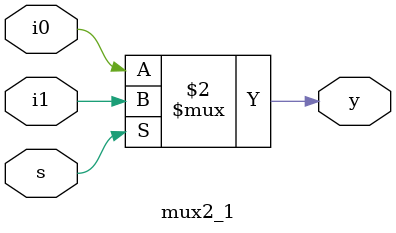
<source format=v>
module mux2_1(input i0,i1,s,output y);
  
  assign y=(s == 0)?i0:i1;
  
endmodule

</source>
